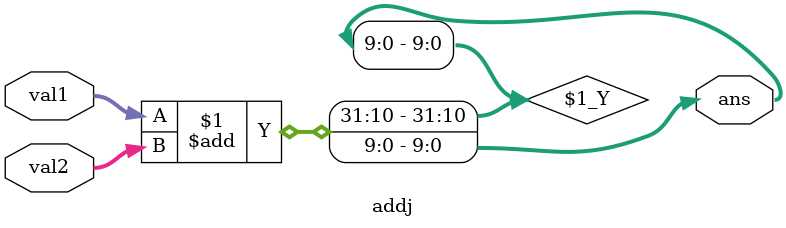
<source format=v>
module add(val1, val2, ans);
input [9:0] val1, val2;
output [9:0] ans;

assign ans = val1 + val2;

endmodule

module addj(val1, val2, ans);

input [9:0] val1;
input [31:0] val2;
output [9:0] ans;

assign ans = val1 + val2;

endmodule


</source>
